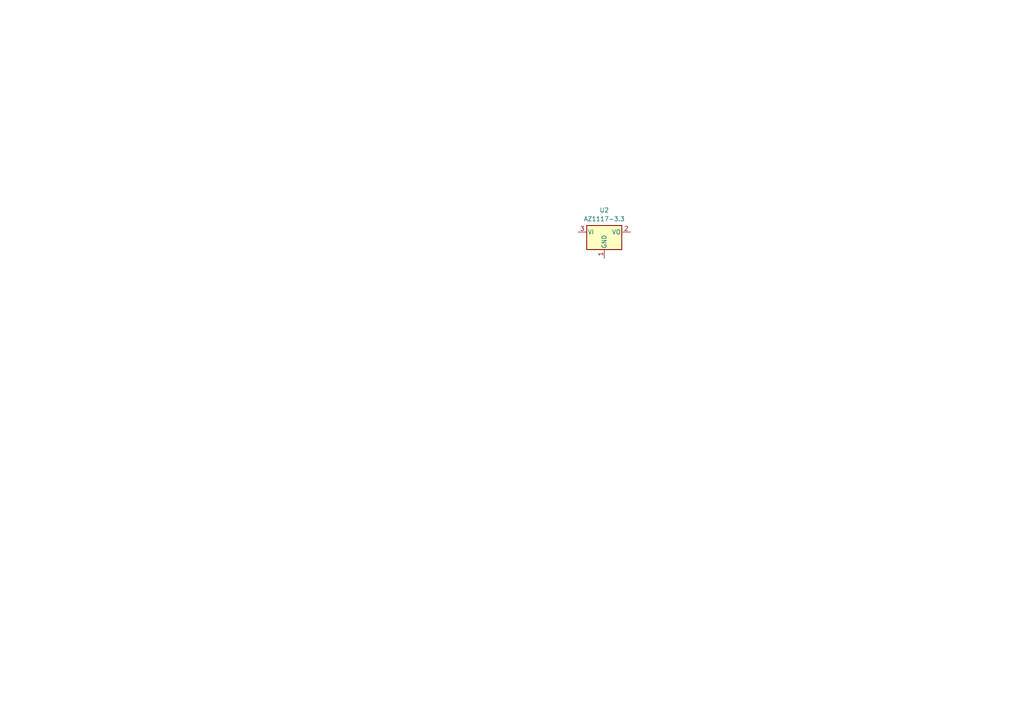
<source format=kicad_sch>
(kicad_sch (version 20230121) (generator eeschema)
  (paper "A4")
  (lib_symbols
    (symbol "Regulator_Linear:AZ1117-3.3" (pin_names (offset 0.254))
      (property "Reference" "U" (at -3.81 3.175 0))
      (property "Value" "AZ1117-3.3" (at 0 3.175 0))
      (symbol "AZ1117-3.3_0_1"
        (rectangle (start -5.08 1.905) (end 5.08 -5.08) (stroke (width 0.254)) (fill (type background)))
      )
      (symbol "AZ1117-3.3_1_1"
        (pin power_in line (at 0 -7.62 90) (length 2.54) (name "GND") (number "1"))
        (pin power_out line (at 7.62 0 180) (length 2.54) (name "VO") (number "2"))
        (pin power_in line (at -7.62 0 0) (length 2.54) (name "VI") (number "3"))
      )
    )
  )
  (symbol (lib_id "Regulator_Linear:AZ1117-3.3") (at 175.26 67.31 0) (unit 1)
    (property "Reference" "U2" (at 175.26 60.96 0))
    (property "Value" "AZ1117-3.3" (at 175.26 63.5 0))
    (property "Datasheet" "https://www.diodes.com/assets/Datasheets/AZ1117.pdf" (effects hide))
  )
)
</source>
